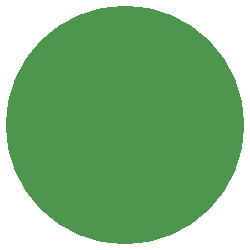
<source format=gbs>
G04 Layer_Color=8150272*
%FSLAX25Y25*%
%MOIN*%
G70*
G01*
G75*
%ADD11C,0.79540*%
D11*
X334646Y334646D02*
D03*
M02*

</source>
